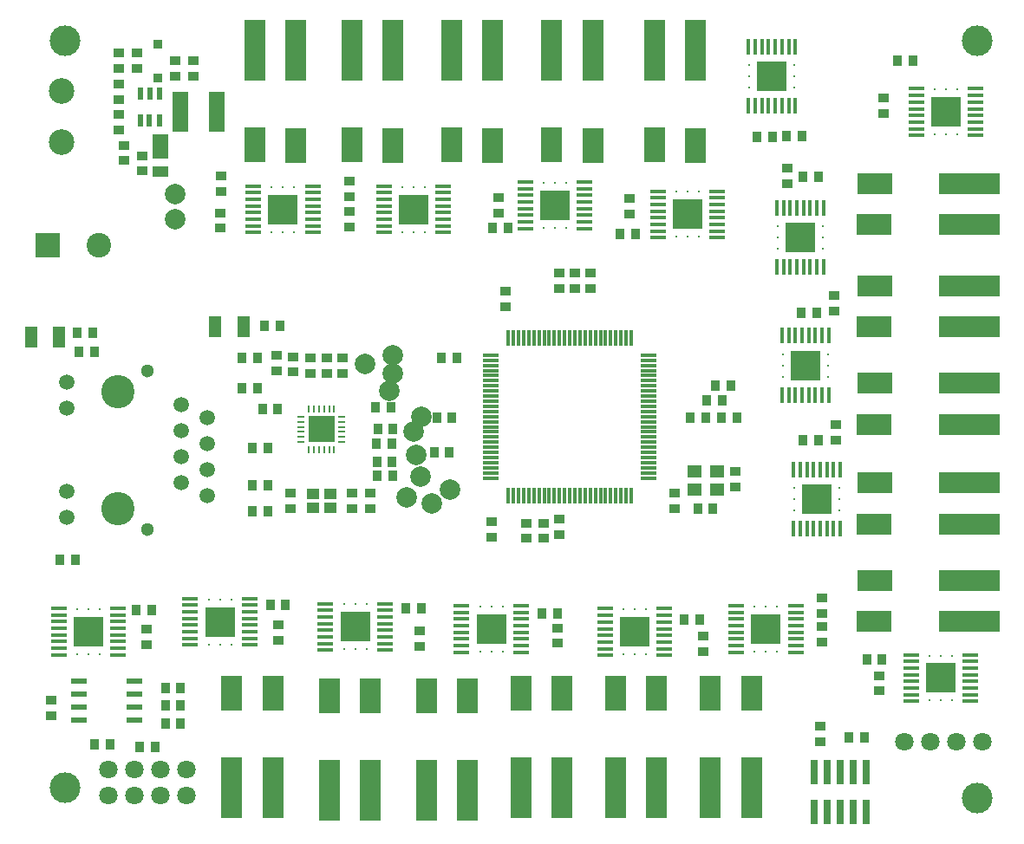
<source format=gbr>
G04 #@! TF.FileFunction,Soldermask,Top*
%FSLAX46Y46*%
G04 Gerber Fmt 4.6, Leading zero omitted, Abs format (unit mm)*
G04 Created by KiCad (PCBNEW 4.0.7) date 11/21/18 10:10:23*
%MOMM*%
%LPD*%
G01*
G04 APERTURE LIST*
%ADD10C,0.050000*%
%ADD11R,3.000000X3.000000*%
%ADD12C,0.300000*%
%ADD13R,1.500000X0.450000*%
%ADD14R,2.000000X3.500000*%
%ADD15R,2.000000X6.000000*%
%ADD16C,3.000000*%
%ADD17R,1.250000X2.000000*%
%ADD18R,3.500000X2.000000*%
%ADD19R,6.000000X2.000000*%
%ADD20R,0.899160X1.000760*%
%ADD21R,1.000760X0.899160*%
%ADD22C,2.000000*%
%ADD23R,0.450000X1.500000*%
%ADD24R,2.499360X2.499360*%
%ADD25O,0.800100X0.248920*%
%ADD26O,0.248920X0.800100*%
%ADD27C,1.500000*%
%ADD28C,3.250000*%
%ADD29C,1.300000*%
%ADD30R,1.400000X1.200000*%
%ADD31R,1.200000X1.100000*%
%ADD32C,2.500000*%
%ADD33R,0.900000X1.000000*%
%ADD34R,1.000000X0.900000*%
%ADD35R,2.400000X2.400000*%
%ADD36C,2.400000*%
%ADD37R,1.500000X1.050000*%
%ADD38R,1.500000X2.400000*%
%ADD39R,0.850000X0.850000*%
%ADD40R,0.760000X2.400000*%
%ADD41C,1.800000*%
%ADD42R,1.500000X4.000000*%
%ADD43R,1.500000X0.300000*%
%ADD44R,0.300000X1.500000*%
%ADD45R,0.600000X1.200000*%
%ADD46R,1.550000X0.600000*%
G04 APERTURE END LIST*
D10*
D11*
X152750000Y-75000000D03*
D12*
X152750000Y-77200000D03*
X151650000Y-77200000D03*
X153850000Y-77200000D03*
X153850000Y-72800000D03*
X151650000Y-72800000D03*
X152750000Y-72800000D03*
X152750000Y-73900000D03*
X151650000Y-73900000D03*
X153850000Y-73900000D03*
X153850000Y-76100000D03*
X151650000Y-76100000D03*
X152750000Y-76100000D03*
D13*
X149850000Y-76625000D03*
X149850000Y-77275000D03*
X149850000Y-75975000D03*
X149850000Y-75325000D03*
X149850000Y-72725000D03*
X149850000Y-73375000D03*
X149850000Y-74675000D03*
X149850000Y-74025000D03*
X155650000Y-74025000D03*
X155650000Y-74675000D03*
X155650000Y-73375000D03*
X155650000Y-72725000D03*
X155650000Y-75325000D03*
X155650000Y-75975000D03*
X155650000Y-77275000D03*
X155650000Y-76625000D03*
D12*
X152750000Y-75000000D03*
X151650000Y-75000000D03*
X153850000Y-75000000D03*
D14*
X129750000Y-68200000D03*
D15*
X129750000Y-59000000D03*
X133750000Y-59000000D03*
D14*
X133750000Y-68250000D03*
D11*
X113250000Y-74500000D03*
D12*
X113250000Y-76700000D03*
X112150000Y-76700000D03*
X114350000Y-76700000D03*
X114350000Y-72300000D03*
X112150000Y-72300000D03*
X113250000Y-72300000D03*
X113250000Y-73400000D03*
X112150000Y-73400000D03*
X114350000Y-73400000D03*
X114350000Y-75600000D03*
X112150000Y-75600000D03*
X113250000Y-75600000D03*
D13*
X110350000Y-76125000D03*
X110350000Y-76775000D03*
X110350000Y-75475000D03*
X110350000Y-74825000D03*
X110350000Y-72225000D03*
X110350000Y-72875000D03*
X110350000Y-74175000D03*
X110350000Y-73525000D03*
X116150000Y-73525000D03*
X116150000Y-74175000D03*
X116150000Y-72875000D03*
X116150000Y-72225000D03*
X116150000Y-74825000D03*
X116150000Y-75475000D03*
X116150000Y-76775000D03*
X116150000Y-76125000D03*
D12*
X113250000Y-74500000D03*
X112150000Y-74500000D03*
X114350000Y-74500000D03*
D14*
X131250000Y-122050000D03*
D15*
X131250000Y-131250000D03*
X127250000Y-131250000D03*
D14*
X127250000Y-122000000D03*
D16*
X92000000Y-131000000D03*
X92000000Y-58000000D03*
X181000000Y-132000000D03*
X181000000Y-58000000D03*
D17*
X88625000Y-87000000D03*
X91375000Y-87000000D03*
X106625000Y-86000000D03*
X109375000Y-86000000D03*
D14*
X140500000Y-121800000D03*
D15*
X140500000Y-131000000D03*
X136500000Y-131000000D03*
D14*
X136500000Y-121750000D03*
X110500000Y-68200000D03*
D15*
X110500000Y-59000000D03*
X114500000Y-59000000D03*
D14*
X114500000Y-68250000D03*
D18*
X171050000Y-101250000D03*
D19*
X180250000Y-101250000D03*
X180250000Y-105250000D03*
D18*
X171000000Y-105250000D03*
D14*
X149500000Y-68200000D03*
D15*
X149500000Y-59000000D03*
X153500000Y-59000000D03*
D14*
X153500000Y-68250000D03*
X120000000Y-68200000D03*
D15*
X120000000Y-59000000D03*
X124000000Y-59000000D03*
D14*
X124000000Y-68250000D03*
D18*
X171050000Y-110750000D03*
D19*
X180250000Y-110750000D03*
X180250000Y-114750000D03*
D18*
X171000000Y-114750000D03*
X171050000Y-72000000D03*
D19*
X180250000Y-72000000D03*
X180250000Y-76000000D03*
D18*
X171000000Y-76000000D03*
D14*
X121750000Y-122050000D03*
D15*
X121750000Y-131250000D03*
X117750000Y-131250000D03*
D14*
X117750000Y-122000000D03*
X159000000Y-121800000D03*
D15*
X159000000Y-131000000D03*
X155000000Y-131000000D03*
D14*
X155000000Y-121750000D03*
D18*
X171050000Y-82000000D03*
D19*
X180250000Y-82000000D03*
X180250000Y-86000000D03*
D18*
X171000000Y-86000000D03*
D14*
X139500000Y-68200000D03*
D15*
X139500000Y-59000000D03*
X143500000Y-59000000D03*
D14*
X143500000Y-68250000D03*
X149750000Y-121800000D03*
D15*
X149750000Y-131000000D03*
X145750000Y-131000000D03*
D14*
X145750000Y-121750000D03*
D18*
X171050000Y-91500000D03*
D19*
X180250000Y-91500000D03*
X180250000Y-95500000D03*
D18*
X171000000Y-95500000D03*
D20*
X156151840Y-93200000D03*
X154648160Y-93200000D03*
D21*
X143250000Y-82251840D03*
X143250000Y-80748160D03*
X112650000Y-90301840D03*
X112650000Y-88798160D03*
D22*
X126250000Y-98500000D03*
X126710000Y-100580000D03*
X121250000Y-89600000D03*
X129575000Y-101875000D03*
X123600000Y-92250000D03*
X127750000Y-103250000D03*
X125300000Y-102650000D03*
X126750000Y-94750000D03*
X124000000Y-90500000D03*
X124000000Y-88750000D03*
D21*
X137000000Y-106651840D03*
X137000000Y-105148160D03*
X138700000Y-106651840D03*
X138700000Y-105148160D03*
D20*
X103251840Y-124750000D03*
X101748160Y-124750000D03*
D21*
X165750000Y-126501840D03*
X165750000Y-124998160D03*
D20*
X103251840Y-121250000D03*
X101748160Y-121250000D03*
X103251840Y-123000000D03*
X101748160Y-123000000D03*
X123801840Y-93850000D03*
X122298160Y-93850000D03*
X123951840Y-100570000D03*
X122448160Y-100570000D03*
X124001840Y-96000000D03*
X122498160Y-96000000D03*
D21*
X121750000Y-103751840D03*
X121750000Y-102248160D03*
X115950000Y-90501840D03*
X115950000Y-88998160D03*
D20*
X129501840Y-98250000D03*
X127998160Y-98250000D03*
D21*
X117500000Y-90501840D03*
X117500000Y-88998160D03*
D20*
X92953840Y-108712000D03*
X91450160Y-108712000D03*
X94811840Y-88440000D03*
X93308160Y-88440000D03*
X94641840Y-86550000D03*
X93138160Y-86550000D03*
X100751840Y-127000000D03*
X99248160Y-127000000D03*
X112951840Y-85900000D03*
X111448160Y-85900000D03*
D11*
X139800000Y-74100000D03*
D12*
X139800000Y-76300000D03*
X138700000Y-76300000D03*
X140900000Y-76300000D03*
X140900000Y-71900000D03*
X138700000Y-71900000D03*
X139800000Y-71900000D03*
X139800000Y-73000000D03*
X138700000Y-73000000D03*
X140900000Y-73000000D03*
X140900000Y-75200000D03*
X138700000Y-75200000D03*
X139800000Y-75200000D03*
D13*
X136900000Y-75725000D03*
X136900000Y-76375000D03*
X136900000Y-75075000D03*
X136900000Y-74425000D03*
X136900000Y-71825000D03*
X136900000Y-72475000D03*
X136900000Y-73775000D03*
X136900000Y-73125000D03*
X142700000Y-73125000D03*
X142700000Y-73775000D03*
X142700000Y-72475000D03*
X142700000Y-71825000D03*
X142700000Y-74425000D03*
X142700000Y-75075000D03*
X142700000Y-76375000D03*
X142700000Y-75725000D03*
D12*
X139800000Y-74100000D03*
X138700000Y-74100000D03*
X140900000Y-74100000D03*
D11*
X126000000Y-74500000D03*
D12*
X126000000Y-76700000D03*
X124900000Y-76700000D03*
X127100000Y-76700000D03*
X127100000Y-72300000D03*
X124900000Y-72300000D03*
X126000000Y-72300000D03*
X126000000Y-73400000D03*
X124900000Y-73400000D03*
X127100000Y-73400000D03*
X127100000Y-75600000D03*
X124900000Y-75600000D03*
X126000000Y-75600000D03*
D13*
X123100000Y-76125000D03*
X123100000Y-76775000D03*
X123100000Y-75475000D03*
X123100000Y-74825000D03*
X123100000Y-72225000D03*
X123100000Y-72875000D03*
X123100000Y-74175000D03*
X123100000Y-73525000D03*
X128900000Y-73525000D03*
X128900000Y-74175000D03*
X128900000Y-72875000D03*
X128900000Y-72225000D03*
X128900000Y-74825000D03*
X128900000Y-75475000D03*
X128900000Y-76775000D03*
X128900000Y-76125000D03*
D12*
X126000000Y-74500000D03*
X124900000Y-74500000D03*
X127100000Y-74500000D03*
D11*
X164250000Y-89750000D03*
D12*
X162050000Y-89750000D03*
X162050000Y-88650000D03*
X162050000Y-90850000D03*
X166450000Y-90850000D03*
X166450000Y-88650000D03*
X166450000Y-89750000D03*
X165350000Y-89750000D03*
X165350000Y-88650000D03*
X165350000Y-90850000D03*
X163150000Y-90850000D03*
X163150000Y-88650000D03*
X163150000Y-89750000D03*
D23*
X162625000Y-86850000D03*
X161975000Y-86850000D03*
X163275000Y-86850000D03*
X163925000Y-86850000D03*
X166525000Y-86850000D03*
X165875000Y-86850000D03*
X164575000Y-86850000D03*
X165225000Y-86850000D03*
X165225000Y-92650000D03*
X164575000Y-92650000D03*
X165875000Y-92650000D03*
X166525000Y-92650000D03*
X163925000Y-92650000D03*
X163275000Y-92650000D03*
X161975000Y-92650000D03*
X162625000Y-92650000D03*
D12*
X164250000Y-89750000D03*
X164250000Y-88650000D03*
X164250000Y-90850000D03*
D11*
X163750000Y-77250000D03*
D12*
X161550000Y-77250000D03*
X161550000Y-76150000D03*
X161550000Y-78350000D03*
X165950000Y-78350000D03*
X165950000Y-76150000D03*
X165950000Y-77250000D03*
X164850000Y-77250000D03*
X164850000Y-76150000D03*
X164850000Y-78350000D03*
X162650000Y-78350000D03*
X162650000Y-76150000D03*
X162650000Y-77250000D03*
D23*
X162125000Y-74350000D03*
X161475000Y-74350000D03*
X162775000Y-74350000D03*
X163425000Y-74350000D03*
X166025000Y-74350000D03*
X165375000Y-74350000D03*
X164075000Y-74350000D03*
X164725000Y-74350000D03*
X164725000Y-80150000D03*
X164075000Y-80150000D03*
X165375000Y-80150000D03*
X166025000Y-80150000D03*
X163425000Y-80150000D03*
X162775000Y-80150000D03*
X161475000Y-80150000D03*
X162125000Y-80150000D03*
D12*
X163750000Y-77250000D03*
X163750000Y-76150000D03*
X163750000Y-78350000D03*
D11*
X178000000Y-65000000D03*
D12*
X178000000Y-67200000D03*
X176900000Y-67200000D03*
X179100000Y-67200000D03*
X179100000Y-62800000D03*
X176900000Y-62800000D03*
X178000000Y-62800000D03*
X178000000Y-63900000D03*
X176900000Y-63900000D03*
X179100000Y-63900000D03*
X179100000Y-66100000D03*
X176900000Y-66100000D03*
X178000000Y-66100000D03*
D13*
X175100000Y-66625000D03*
X175100000Y-67275000D03*
X175100000Y-65975000D03*
X175100000Y-65325000D03*
X175100000Y-62725000D03*
X175100000Y-63375000D03*
X175100000Y-64675000D03*
X175100000Y-64025000D03*
X180900000Y-64025000D03*
X180900000Y-64675000D03*
X180900000Y-63375000D03*
X180900000Y-62725000D03*
X180900000Y-65325000D03*
X180900000Y-65975000D03*
X180900000Y-67275000D03*
X180900000Y-66625000D03*
D12*
X178000000Y-65000000D03*
X176900000Y-65000000D03*
X179100000Y-65000000D03*
D11*
X161000000Y-61500000D03*
D12*
X163200000Y-61500000D03*
X163200000Y-62600000D03*
X163200000Y-60400000D03*
X158800000Y-60400000D03*
X158800000Y-62600000D03*
X158800000Y-61500000D03*
X159900000Y-61500000D03*
X159900000Y-62600000D03*
X159900000Y-60400000D03*
X162100000Y-60400000D03*
X162100000Y-62600000D03*
X162100000Y-61500000D03*
D23*
X162625000Y-64400000D03*
X163275000Y-64400000D03*
X161975000Y-64400000D03*
X161325000Y-64400000D03*
X158725000Y-64400000D03*
X159375000Y-64400000D03*
X160675000Y-64400000D03*
X160025000Y-64400000D03*
X160025000Y-58600000D03*
X160675000Y-58600000D03*
X159375000Y-58600000D03*
X158725000Y-58600000D03*
X161325000Y-58600000D03*
X161975000Y-58600000D03*
X163275000Y-58600000D03*
X162625000Y-58600000D03*
D12*
X161000000Y-61500000D03*
X161000000Y-62600000D03*
X161000000Y-60400000D03*
D11*
X147600000Y-115800000D03*
D12*
X147600000Y-113600000D03*
X148700000Y-113600000D03*
X146500000Y-113600000D03*
X146500000Y-118000000D03*
X148700000Y-118000000D03*
X147600000Y-118000000D03*
X147600000Y-116900000D03*
X148700000Y-116900000D03*
X146500000Y-116900000D03*
X146500000Y-114700000D03*
X148700000Y-114700000D03*
X147600000Y-114700000D03*
D13*
X150500000Y-114175000D03*
X150500000Y-113525000D03*
X150500000Y-114825000D03*
X150500000Y-115475000D03*
X150500000Y-118075000D03*
X150500000Y-117425000D03*
X150500000Y-116125000D03*
X150500000Y-116775000D03*
X144700000Y-116775000D03*
X144700000Y-116125000D03*
X144700000Y-117425000D03*
X144700000Y-118075000D03*
X144700000Y-115475000D03*
X144700000Y-114825000D03*
X144700000Y-113525000D03*
X144700000Y-114175000D03*
D12*
X147600000Y-115800000D03*
X148700000Y-115800000D03*
X146500000Y-115800000D03*
D11*
X160400000Y-115500000D03*
D12*
X160400000Y-113300000D03*
X161500000Y-113300000D03*
X159300000Y-113300000D03*
X159300000Y-117700000D03*
X161500000Y-117700000D03*
X160400000Y-117700000D03*
X160400000Y-116600000D03*
X161500000Y-116600000D03*
X159300000Y-116600000D03*
X159300000Y-114400000D03*
X161500000Y-114400000D03*
X160400000Y-114400000D03*
D13*
X163300000Y-113875000D03*
X163300000Y-113225000D03*
X163300000Y-114525000D03*
X163300000Y-115175000D03*
X163300000Y-117775000D03*
X163300000Y-117125000D03*
X163300000Y-115825000D03*
X163300000Y-116475000D03*
X157500000Y-116475000D03*
X157500000Y-115825000D03*
X157500000Y-117125000D03*
X157500000Y-117775000D03*
X157500000Y-115175000D03*
X157500000Y-114525000D03*
X157500000Y-113225000D03*
X157500000Y-113875000D03*
D12*
X160400000Y-115500000D03*
X161500000Y-115500000D03*
X159300000Y-115500000D03*
D11*
X177500000Y-120300000D03*
D12*
X177500000Y-122500000D03*
X176400000Y-122500000D03*
X178600000Y-122500000D03*
X178600000Y-118100000D03*
X176400000Y-118100000D03*
X177500000Y-118100000D03*
X177500000Y-119200000D03*
X176400000Y-119200000D03*
X178600000Y-119200000D03*
X178600000Y-121400000D03*
X176400000Y-121400000D03*
X177500000Y-121400000D03*
D13*
X174600000Y-121925000D03*
X174600000Y-122575000D03*
X174600000Y-121275000D03*
X174600000Y-120625000D03*
X174600000Y-118025000D03*
X174600000Y-118675000D03*
X174600000Y-119975000D03*
X174600000Y-119325000D03*
X180400000Y-119325000D03*
X180400000Y-119975000D03*
X180400000Y-118675000D03*
X180400000Y-118025000D03*
X180400000Y-120625000D03*
X180400000Y-121275000D03*
X180400000Y-122575000D03*
X180400000Y-121925000D03*
D12*
X177500000Y-120300000D03*
X176400000Y-120300000D03*
X178600000Y-120300000D03*
D11*
X165400000Y-102800000D03*
D12*
X163200000Y-102800000D03*
X163200000Y-101700000D03*
X163200000Y-103900000D03*
X167600000Y-103900000D03*
X167600000Y-101700000D03*
X167600000Y-102800000D03*
X166500000Y-102800000D03*
X166500000Y-101700000D03*
X166500000Y-103900000D03*
X164300000Y-103900000D03*
X164300000Y-101700000D03*
X164300000Y-102800000D03*
D23*
X163775000Y-99900000D03*
X163125000Y-99900000D03*
X164425000Y-99900000D03*
X165075000Y-99900000D03*
X167675000Y-99900000D03*
X167025000Y-99900000D03*
X165725000Y-99900000D03*
X166375000Y-99900000D03*
X166375000Y-105700000D03*
X165725000Y-105700000D03*
X167025000Y-105700000D03*
X167675000Y-105700000D03*
X165075000Y-105700000D03*
X164425000Y-105700000D03*
X163125000Y-105700000D03*
X163775000Y-105700000D03*
D12*
X165400000Y-102800000D03*
X165400000Y-101700000D03*
X165400000Y-103900000D03*
D11*
X107100000Y-114800000D03*
D12*
X107100000Y-112600000D03*
X108200000Y-112600000D03*
X106000000Y-112600000D03*
X106000000Y-117000000D03*
X108200000Y-117000000D03*
X107100000Y-117000000D03*
X107100000Y-115900000D03*
X108200000Y-115900000D03*
X106000000Y-115900000D03*
X106000000Y-113700000D03*
X108200000Y-113700000D03*
X107100000Y-113700000D03*
D13*
X110000000Y-113175000D03*
X110000000Y-112525000D03*
X110000000Y-113825000D03*
X110000000Y-114475000D03*
X110000000Y-117075000D03*
X110000000Y-116425000D03*
X110000000Y-115125000D03*
X110000000Y-115775000D03*
X104200000Y-115775000D03*
X104200000Y-115125000D03*
X104200000Y-116425000D03*
X104200000Y-117075000D03*
X104200000Y-114475000D03*
X104200000Y-113825000D03*
X104200000Y-112525000D03*
X104200000Y-113175000D03*
D12*
X107100000Y-114800000D03*
X108200000Y-114800000D03*
X106000000Y-114800000D03*
D11*
X120300000Y-115300000D03*
D12*
X120300000Y-113100000D03*
X121400000Y-113100000D03*
X119200000Y-113100000D03*
X119200000Y-117500000D03*
X121400000Y-117500000D03*
X120300000Y-117500000D03*
X120300000Y-116400000D03*
X121400000Y-116400000D03*
X119200000Y-116400000D03*
X119200000Y-114200000D03*
X121400000Y-114200000D03*
X120300000Y-114200000D03*
D13*
X123200000Y-113675000D03*
X123200000Y-113025000D03*
X123200000Y-114325000D03*
X123200000Y-114975000D03*
X123200000Y-117575000D03*
X123200000Y-116925000D03*
X123200000Y-115625000D03*
X123200000Y-116275000D03*
X117400000Y-116275000D03*
X117400000Y-115625000D03*
X117400000Y-116925000D03*
X117400000Y-117575000D03*
X117400000Y-114975000D03*
X117400000Y-114325000D03*
X117400000Y-113025000D03*
X117400000Y-113675000D03*
D12*
X120300000Y-115300000D03*
X121400000Y-115300000D03*
X119200000Y-115300000D03*
D11*
X133600000Y-115500000D03*
D12*
X133600000Y-113300000D03*
X134700000Y-113300000D03*
X132500000Y-113300000D03*
X132500000Y-117700000D03*
X134700000Y-117700000D03*
X133600000Y-117700000D03*
X133600000Y-116600000D03*
X134700000Y-116600000D03*
X132500000Y-116600000D03*
X132500000Y-114400000D03*
X134700000Y-114400000D03*
X133600000Y-114400000D03*
D13*
X136500000Y-113875000D03*
X136500000Y-113225000D03*
X136500000Y-114525000D03*
X136500000Y-115175000D03*
X136500000Y-117775000D03*
X136500000Y-117125000D03*
X136500000Y-115825000D03*
X136500000Y-116475000D03*
X130700000Y-116475000D03*
X130700000Y-115825000D03*
X130700000Y-117125000D03*
X130700000Y-117775000D03*
X130700000Y-115175000D03*
X130700000Y-114525000D03*
X130700000Y-113225000D03*
X130700000Y-113875000D03*
D12*
X133600000Y-115500000D03*
X134700000Y-115500000D03*
X132500000Y-115500000D03*
D24*
X117000000Y-96000000D03*
D25*
X115001020Y-94750320D03*
X115001020Y-95250700D03*
X115001020Y-95751080D03*
X115001020Y-96248920D03*
X115001020Y-96749300D03*
X115001020Y-97249680D03*
D26*
X115750320Y-97998980D03*
X116250700Y-97998980D03*
X116751080Y-97998980D03*
X117248920Y-97998980D03*
X117749300Y-97998980D03*
X118249680Y-97998980D03*
D25*
X118998980Y-97249680D03*
X118998980Y-96749300D03*
X118998980Y-96248920D03*
X118998980Y-95751080D03*
X118998980Y-95250700D03*
X118998980Y-94750320D03*
D26*
X118249680Y-94001020D03*
X117749300Y-94001020D03*
X117248920Y-94001020D03*
X116751080Y-94001020D03*
X116250700Y-94001020D03*
X115750320Y-94001020D03*
D27*
X92100000Y-91375000D03*
X92100000Y-93915000D03*
X92100000Y-102085000D03*
X92100000Y-104625000D03*
X103350000Y-93560000D03*
X103350000Y-98630000D03*
X103350000Y-96100000D03*
X103350000Y-101170000D03*
X105890000Y-94820000D03*
X105890000Y-99900000D03*
X105890000Y-97360000D03*
D28*
X97132080Y-103715000D03*
X97132080Y-92285000D03*
D29*
X100050000Y-90255000D03*
X100050000Y-105745000D03*
D27*
X105890000Y-102440000D03*
D30*
X155600000Y-100150000D03*
X153400000Y-100150000D03*
X155600000Y-101850000D03*
X153400000Y-101850000D03*
D31*
X116150000Y-103700000D03*
X117850000Y-103700000D03*
X116150000Y-102300000D03*
X117850000Y-102300000D03*
D20*
X110248160Y-104000000D03*
X111751840Y-104000000D03*
D32*
X91660000Y-62970000D03*
X91660000Y-67970000D03*
D20*
X128248160Y-94900000D03*
D33*
X129751840Y-94900000D03*
D20*
X128748160Y-89000000D03*
D33*
X130251840Y-89000000D03*
D20*
X157551840Y-94900000D03*
D33*
X156048160Y-94900000D03*
D21*
X133650000Y-104998160D03*
D34*
X133650000Y-106501840D03*
D20*
X153048160Y-94900000D03*
D33*
X154551840Y-94900000D03*
D20*
X156951840Y-91700000D03*
D33*
X155448160Y-91700000D03*
D21*
X140250000Y-104748160D03*
D34*
X140250000Y-106251840D03*
D21*
X140250000Y-80748160D03*
D34*
X140250000Y-82251840D03*
D21*
X151500000Y-103751840D03*
D34*
X151500000Y-102248160D03*
D21*
X141750000Y-80748160D03*
D34*
X141750000Y-82251840D03*
D21*
X157400000Y-101651840D03*
D34*
X157400000Y-100148160D03*
D20*
X155251840Y-103750000D03*
D33*
X153748160Y-103750000D03*
D21*
X99900000Y-117001840D03*
D34*
X99900000Y-115498160D03*
D20*
X98948160Y-113650000D03*
D33*
X100451840Y-113650000D03*
D21*
X147100000Y-73448160D03*
D34*
X147100000Y-74951840D03*
D21*
X134300000Y-73348160D03*
D34*
X134300000Y-74851840D03*
D35*
X90250000Y-78000000D03*
D36*
X95250000Y-78000000D03*
D21*
X99500000Y-70751840D03*
D34*
X99500000Y-69248160D03*
D20*
X147651840Y-76900000D03*
D33*
X146148160Y-76900000D03*
D20*
X135251840Y-76300000D03*
D33*
X133748160Y-76300000D03*
D21*
X119750000Y-74748160D03*
D34*
X119750000Y-76251840D03*
D21*
X104500000Y-61501840D03*
D34*
X104500000Y-59998160D03*
D21*
X107100000Y-74848160D03*
D34*
X107100000Y-76351840D03*
D21*
X119750000Y-73251840D03*
D34*
X119750000Y-71748160D03*
D21*
X97250000Y-66751840D03*
D34*
X97250000Y-65248160D03*
D21*
X107250000Y-72751840D03*
D34*
X107250000Y-71248160D03*
D20*
X165351840Y-84600000D03*
D33*
X163848160Y-84600000D03*
D20*
X165551840Y-71300000D03*
D33*
X164048160Y-71300000D03*
D21*
X167100000Y-82948160D03*
D34*
X167100000Y-84451840D03*
D21*
X162500000Y-72001840D03*
D34*
X162500000Y-70498160D03*
D21*
X171900000Y-63638160D03*
D34*
X171900000Y-65141840D03*
D20*
X159548160Y-67400000D03*
D33*
X161051840Y-67400000D03*
D20*
X173248160Y-60000000D03*
D33*
X174751840Y-60000000D03*
D20*
X163951840Y-67300000D03*
D33*
X162448160Y-67300000D03*
D21*
X154300000Y-117701840D03*
D34*
X154300000Y-116198160D03*
D21*
X165900000Y-116751840D03*
D34*
X165900000Y-115248160D03*
D20*
X152398160Y-114550000D03*
D33*
X153901840Y-114550000D03*
D21*
X165900000Y-112448160D03*
D34*
X165900000Y-113951840D03*
D21*
X171500000Y-120048160D03*
D34*
X171500000Y-121551840D03*
D20*
X165551840Y-97100000D03*
D33*
X164048160Y-97100000D03*
D20*
X170248160Y-118500000D03*
D33*
X171751840Y-118500000D03*
D21*
X167200000Y-95548160D03*
D34*
X167200000Y-97051840D03*
D21*
X112800000Y-116601840D03*
D34*
X112800000Y-115098160D03*
D21*
X126600000Y-117201840D03*
D34*
X126600000Y-115698160D03*
D21*
X140050000Y-116901840D03*
D34*
X140050000Y-115398160D03*
D20*
X111998160Y-113150000D03*
D33*
X113501840Y-113150000D03*
D20*
X125248160Y-113450000D03*
D33*
X126751840Y-113450000D03*
D20*
X138548160Y-114000000D03*
D33*
X140051840Y-114000000D03*
D21*
X114200000Y-88898160D03*
D34*
X114200000Y-90401840D03*
D20*
X110751840Y-89000000D03*
D33*
X109248160Y-89000000D03*
D20*
X123921840Y-99160000D03*
D33*
X122418160Y-99160000D03*
D20*
X111248160Y-94000000D03*
D33*
X112751840Y-94000000D03*
D21*
X114000000Y-102248160D03*
D34*
X114000000Y-103751840D03*
D20*
X110751840Y-92000000D03*
D33*
X109248160Y-92000000D03*
D20*
X123851840Y-97425000D03*
D33*
X122348160Y-97425000D03*
D21*
X120000000Y-103751840D03*
D34*
X120000000Y-102248160D03*
D21*
X119100000Y-88998160D03*
D34*
X119100000Y-90501840D03*
D20*
X111751840Y-97800000D03*
D33*
X110248160Y-97800000D03*
D20*
X110248160Y-101500000D03*
D33*
X111751840Y-101500000D03*
D37*
X101250000Y-70775000D03*
D38*
X101250000Y-68400000D03*
D39*
X101000000Y-58325000D03*
X101000000Y-61675000D03*
D40*
X168970000Y-129450000D03*
X170240000Y-129450000D03*
X170240000Y-133350000D03*
X168970000Y-133350000D03*
X165160000Y-133350000D03*
X166430000Y-133350000D03*
X167700000Y-133350000D03*
X167700000Y-129450000D03*
X166430000Y-129450000D03*
X165160000Y-129450000D03*
D41*
X173900000Y-126500000D03*
X176440000Y-126500000D03*
X181509840Y-126500000D03*
X178969840Y-126500000D03*
X98730000Y-129230000D03*
X96190000Y-129230000D03*
X101270000Y-129230000D03*
X103810000Y-129230000D03*
X103810000Y-131770000D03*
X101270000Y-131770000D03*
X96190000Y-131770000D03*
X98730000Y-131770000D03*
D14*
X112250000Y-121800000D03*
D15*
X112250000Y-131000000D03*
X108250000Y-131000000D03*
D14*
X108250000Y-121750000D03*
D42*
X106800000Y-65000000D03*
X103200000Y-65000000D03*
D22*
X126000000Y-96250000D03*
D20*
X96351840Y-126800000D03*
X94848160Y-126800000D03*
D21*
X90650000Y-123951840D03*
X90650000Y-122448160D03*
X97750000Y-68248160D03*
X97750000Y-69751840D03*
X97250000Y-59248160D03*
X97250000Y-60751840D03*
X102750000Y-59998160D03*
X102750000Y-61501840D03*
X99000000Y-60751840D03*
X99000000Y-59248160D03*
X97250000Y-62248160D03*
X97250000Y-63751840D03*
D20*
X170051840Y-126100000D03*
X168548160Y-126100000D03*
D43*
X148950000Y-92750000D03*
X148950000Y-92250000D03*
X148950000Y-91750000D03*
X148950000Y-90750000D03*
X148950000Y-91250000D03*
X148950000Y-89250000D03*
X148950000Y-88750000D03*
X148950000Y-89750000D03*
X148950000Y-90250000D03*
D44*
X135750000Y-102450000D03*
X135250000Y-102450000D03*
X138750000Y-102450000D03*
X138250000Y-102450000D03*
X139250000Y-102450000D03*
X137250000Y-102450000D03*
X137750000Y-102450000D03*
X136250000Y-102450000D03*
X136750000Y-102450000D03*
D43*
X133550000Y-97250000D03*
X133550000Y-97750000D03*
X133550000Y-96750000D03*
X133550000Y-98250000D03*
X133550000Y-98750000D03*
X133550000Y-100750000D03*
X133550000Y-100250000D03*
X133550000Y-99750000D03*
X133550000Y-99250000D03*
D44*
X137250000Y-87050000D03*
X138750000Y-87050000D03*
X139250000Y-87050000D03*
X138250000Y-87050000D03*
X137750000Y-87050000D03*
X135750000Y-87050000D03*
X136250000Y-87050000D03*
X136750000Y-87050000D03*
X135250000Y-87050000D03*
D43*
X148950000Y-94750000D03*
X148950000Y-94250000D03*
X148950000Y-93250000D03*
X148950000Y-93750000D03*
D44*
X140250000Y-102450000D03*
X139750000Y-102450000D03*
X141250000Y-102450000D03*
X140750000Y-102450000D03*
D43*
X133550000Y-94750000D03*
X133550000Y-95250000D03*
X133550000Y-95750000D03*
X133550000Y-96250000D03*
D44*
X139750000Y-87050000D03*
X141250000Y-87050000D03*
X140750000Y-87050000D03*
X140250000Y-87050000D03*
D43*
X148950000Y-95750000D03*
X148950000Y-95250000D03*
X148950000Y-96250000D03*
X148950000Y-96750000D03*
D44*
X144250000Y-102450000D03*
X144750000Y-102450000D03*
X145750000Y-102450000D03*
X145250000Y-102450000D03*
X142750000Y-102450000D03*
X143750000Y-102450000D03*
X143250000Y-102450000D03*
X141750000Y-102450000D03*
X142250000Y-102450000D03*
D43*
X133550000Y-94250000D03*
X133550000Y-93750000D03*
D44*
X142250000Y-87050000D03*
X142750000Y-87050000D03*
X143750000Y-87050000D03*
X143250000Y-87050000D03*
X144750000Y-87050000D03*
X145250000Y-87050000D03*
X144250000Y-87050000D03*
X146750000Y-87050000D03*
X147250000Y-87050000D03*
X146250000Y-87050000D03*
X145750000Y-87050000D03*
D43*
X148950000Y-97250000D03*
X148950000Y-97750000D03*
X148950000Y-98750000D03*
X148950000Y-98250000D03*
X148950000Y-99750000D03*
X148950000Y-100250000D03*
X148950000Y-99250000D03*
D44*
X146750000Y-102450000D03*
X146250000Y-102450000D03*
X147250000Y-102450000D03*
D43*
X148950000Y-100750000D03*
X133550000Y-91750000D03*
X133550000Y-92250000D03*
X133550000Y-93250000D03*
X133550000Y-92750000D03*
X133550000Y-90250000D03*
X133550000Y-91250000D03*
X133550000Y-90750000D03*
X133550000Y-89250000D03*
X133550000Y-89750000D03*
X133550000Y-88750000D03*
D44*
X141750000Y-87050000D03*
D11*
X94250000Y-115750000D03*
D12*
X94250000Y-113550000D03*
X95350000Y-113550000D03*
X93150000Y-113550000D03*
X93150000Y-117950000D03*
X95350000Y-117950000D03*
X94250000Y-117950000D03*
X94250000Y-116850000D03*
X95350000Y-116850000D03*
X93150000Y-116850000D03*
X93150000Y-114650000D03*
X95350000Y-114650000D03*
X94250000Y-114650000D03*
D13*
X97150000Y-114125000D03*
X97150000Y-113475000D03*
X97150000Y-114775000D03*
X97150000Y-115425000D03*
X97150000Y-118025000D03*
X97150000Y-117375000D03*
X97150000Y-116075000D03*
X97150000Y-116725000D03*
X91350000Y-116725000D03*
X91350000Y-116075000D03*
X91350000Y-117375000D03*
X91350000Y-118025000D03*
X91350000Y-115425000D03*
X91350000Y-114775000D03*
X91350000Y-113475000D03*
X91350000Y-114125000D03*
D12*
X94250000Y-115750000D03*
X95350000Y-115750000D03*
X93150000Y-115750000D03*
D45*
X101200000Y-65800000D03*
X101200000Y-63200000D03*
X100250000Y-63200000D03*
X99300000Y-63200000D03*
X99300000Y-65800000D03*
X100199960Y-65800000D03*
D46*
X98700000Y-124405000D03*
X98700000Y-123135000D03*
X98700000Y-121865000D03*
X98700000Y-120595000D03*
X93300000Y-120595000D03*
X93300000Y-121865000D03*
X93300000Y-123135000D03*
X93300000Y-124405000D03*
D22*
X102750000Y-73000000D03*
X102750000Y-75500000D03*
D21*
X135000000Y-82498160D03*
D34*
X135000000Y-84001840D03*
M02*

</source>
